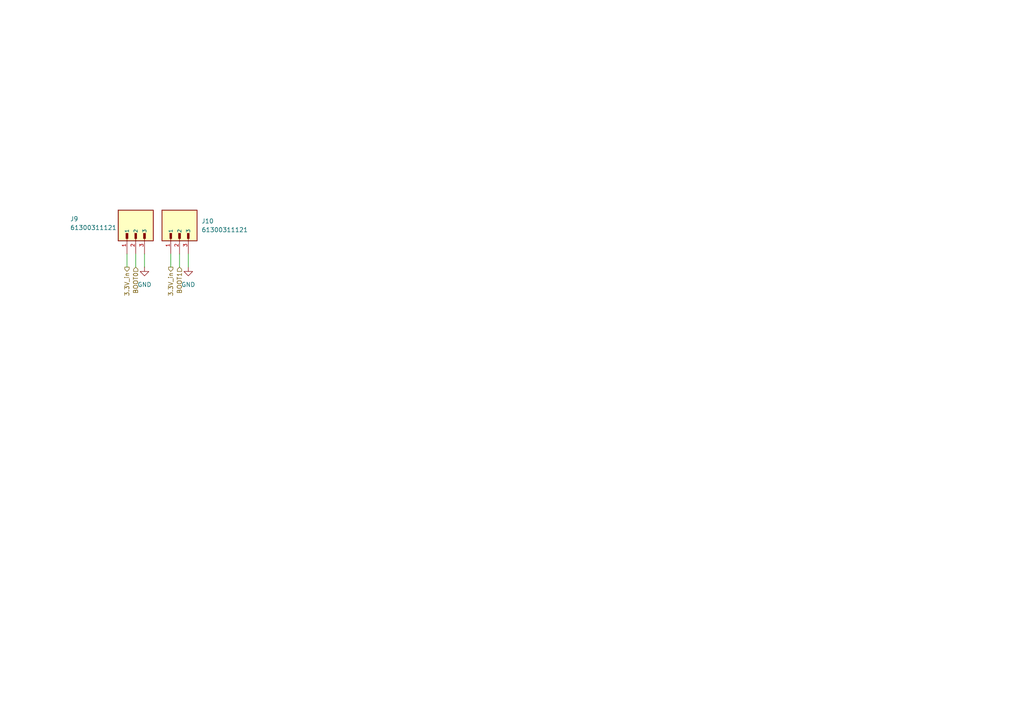
<source format=kicad_sch>
(kicad_sch (version 20250114) (generator "eeschema") (generator_version "9.0")
  (paper "A4")
  (lib_symbols
    (symbol "61300311121:61300311121" (pin_names (offset 1.016))
      (property "Reference" "J" (at -3.81 5.842 0))
      (property "Value" "61300311121" (at -3.81 -7.62 0))
      (symbol "61300311121_0_0"
        (rectangle (start -3.81 -5.08) (end 5.08 5.08) (stroke (width 0.254)) (fill (type background)))
        (rectangle (start -3.175 2.2225) (end -1.5875 2.8575) (stroke (width 0.1)) (fill (type outline)))
        (rectangle (start -3.175 -0.3175) (end -1.5875 0.3175) (stroke (width 0.1)) (fill (type outline)))
        (rectangle (start -3.175 -2.8575) (end -1.5875 -2.2225) (stroke (width 0.1)) (fill (type outline)))
        (pin passive line (at -7.62 2.54 0) (length 5.08) (name "1") (number "1"))
        (pin passive line (at -7.62 0 0) (length 5.08) (name "2") (number "2"))
        (pin passive line (at -7.62 -2.54 0) (length 5.08) (name "3") (number "3"))
      )
    )
    (symbol "power:GND" (power) (pin_numbers (hide yes)) (pin_names (offset 0) (hide yes))
      (property "Value" "GND" (at 0 -3.81 0))
      (symbol "GND_0_1"
        (polyline (pts (xy 0 0) (xy 0 -1.27) (xy 1.27 -1.27) (xy 0 -2.54) (xy -1.27 -1.27) (xy 0 -1.27)))
      )
      (symbol "GND_1_1"
        (pin power_in line (at 0 0 270) (length 0) (name "~") (number "1"))
      )
    )
  )
  (wire (pts (xy 54.61 73.66) (xy 54.61 77.47)))
  (wire (pts (xy 49.53 73.66) (xy 49.53 77.47)))
  (wire (pts (xy 36.83 73.66) (xy 36.83 77.47)))
  (wire (pts (xy 39.37 73.66) (xy 39.37 77.47)))
  (wire (pts (xy 52.07 73.66) (xy 52.07 77.47)))
  (wire (pts (xy 41.91 73.66) (xy 41.91 77.47)))
  (hierarchical_label "3.3V_in" (shape output) (at 36.83 77.47 270))
  (hierarchical_label "3.3V_in" (shape output) (at 49.53 77.47 270))
  (hierarchical_label "BOOT1" (shape input) (at 52.07 77.47 270))
  (hierarchical_label "BOOT0" (shape input) (at 39.37 77.47 270))
  (symbol (lib_id "power:GND") (at 41.91 77.47 0) (unit 1)
    (property "Reference" "#PWR054" (effects (hide yes)))
    (property "Value" "GND" (at 41.91 82.55 0))
    (property "Description" "Power symbol creates a global label with name \"GND\" , ground" (effects (hide yes)))
  )
  (symbol (lib_id "61300311121:61300311121") (at 52.07 66.04 90) (unit 1)
    (property "Reference" "J10" (at 58.42 64.1349 90) (effects (justify right)))
    (property "Value" "61300311121" (at 58.42 66.6749 90) (effects (justify right)))
    (property "Footprint" "61300311121:WURTH_61300311121" (effects (hide yes)))
    (property "MAXIMUM_PACKAGE_HEIGHT" "8.74mm" (effects (hide yes)))
    (property "CREATOR" "ASHISH" (effects (hide yes)))
    (property "STANDARD" "Manufacturer Recommendations" (effects (hide yes)))
    (property "PARTREV" "003.001" (effects (hide yes)))
    (property "MANUFACTURER" "Wurth" (effects (hide yes)))
  )
  (symbol (lib_id "power:GND") (at 54.61 77.47 0) (unit 1)
    (property "Reference" "#PWR055" (effects (hide yes)))
    (property "Value" "GND" (at 54.61 82.55 0))
    (property "Description" "Power symbol creates a global label with name \"GND\" , ground" (effects (hide yes)))
  )
  (symbol (lib_id "61300311121:61300311121") (at 39.37 66.04 90) (unit 1)
    (property "Reference" "J9" (at 20.32 63.5 90) (effects (justify right)))
    (property "Value" "61300311121" (at 20.32 66.04 90) (effects (justify right)))
    (property "Footprint" "61300311121:WURTH_61300311121" (effects (hide yes)))
    (property "MAXIMUM_PACKAGE_HEIGHT" "8.74mm" (effects (hide yes)))
    (property "CREATOR" "ASHISH" (effects (hide yes)))
    (property "STANDARD" "Manufacturer Recommendations" (effects (hide yes)))
    (property "PARTREV" "003.001" (effects (hide yes)))
    (property "MANUFACTURER" "Wurth" (effects (hide yes)))
  )
)
</source>
